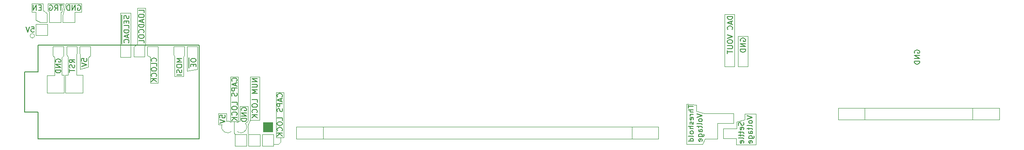
<source format=gbo>
G04 #@! TF.GenerationSoftware,KiCad,Pcbnew,5.1.10*
G04 #@! TF.CreationDate,2021-10-20T12:50:39+02:00*
G04 #@! TF.ProjectId,TH-XWhatsIt,54482d58-5768-4617-9473-49742e6b6963,0.1.3*
G04 #@! TF.SameCoordinates,Original*
G04 #@! TF.FileFunction,Legend,Bot*
G04 #@! TF.FilePolarity,Positive*
%FSLAX46Y46*%
G04 Gerber Fmt 4.6, Leading zero omitted, Abs format (unit mm)*
G04 Created by KiCad (PCBNEW 5.1.10) date 2021-10-20 12:50:39*
%MOMM*%
%LPD*%
G01*
G04 APERTURE LIST*
%ADD10C,0.120000*%
%ADD11C,0.150000*%
%ADD12C,0.100000*%
%ADD13O,1.801600X1.801600*%
%ADD14O,1.501600X1.501600*%
%ADD15C,1.501600*%
%ADD16C,3.101600*%
%ADD17C,0.901600*%
%ADD18C,6.501600*%
%ADD19C,1.701600*%
%ADD20O,1.701600X1.701600*%
G04 APERTURE END LIST*
D10*
X47950000Y-130800000D02*
X47950000Y-129500000D01*
X48050000Y-131000000D02*
X47950000Y-130800000D01*
X47450000Y-130800000D02*
X47450000Y-129500000D01*
X47360000Y-131000000D02*
X47450000Y-130800000D01*
X75729312Y-143665523D02*
G75*
G02*
X76670000Y-143960000I170687J-1104476D01*
G01*
X77689788Y-143939769D02*
G75*
G02*
X78280001Y-143660001I750212J-820231D01*
G01*
X75730000Y-142210000D02*
X75730000Y-143680000D01*
X74220000Y-142210000D02*
X75730000Y-142210000D01*
X74220000Y-144300000D02*
X74220000Y-142210000D01*
X74890000Y-144300000D02*
X74220000Y-144300000D01*
X76667528Y-145577399D02*
G75*
G02*
X74890000Y-144300000I-767529J807400D01*
G01*
X79740000Y-143620000D02*
X79740000Y-140850000D01*
X79299850Y-144055546D02*
X79740000Y-143620000D01*
X79289415Y-144064088D02*
G75*
G02*
X77770000Y-145630000I-849415J-695912D01*
G01*
X78280000Y-140860000D02*
X78280001Y-143660001D01*
X79740000Y-140850000D02*
X78280000Y-140850000D01*
D11*
X78550000Y-141638095D02*
X78502380Y-141542857D01*
X78502380Y-141400000D01*
X78550000Y-141257142D01*
X78645238Y-141161904D01*
X78740476Y-141114285D01*
X78930952Y-141066666D01*
X79073809Y-141066666D01*
X79264285Y-141114285D01*
X79359523Y-141161904D01*
X79454761Y-141257142D01*
X79502380Y-141400000D01*
X79502380Y-141495238D01*
X79454761Y-141638095D01*
X79407142Y-141685714D01*
X79073809Y-141685714D01*
X79073809Y-141495238D01*
X79502380Y-142114285D02*
X78502380Y-142114285D01*
X79502380Y-142685714D01*
X78502380Y-142685714D01*
X79502380Y-143161904D02*
X78502380Y-143161904D01*
X78502380Y-143400000D01*
X78550000Y-143542857D01*
X78645238Y-143638095D01*
X78740476Y-143685714D01*
X78930952Y-143733333D01*
X79073809Y-143733333D01*
X79264285Y-143685714D01*
X79359523Y-143638095D01*
X79454761Y-143542857D01*
X79502380Y-143400000D01*
X79502380Y-143161904D01*
X74462380Y-143029523D02*
X74462380Y-142553333D01*
X74938571Y-142505714D01*
X74890952Y-142553333D01*
X74843333Y-142648571D01*
X74843333Y-142886666D01*
X74890952Y-142981904D01*
X74938571Y-143029523D01*
X75033809Y-143077142D01*
X75271904Y-143077142D01*
X75367142Y-143029523D01*
X75414761Y-142981904D01*
X75462380Y-142886666D01*
X75462380Y-142648571D01*
X75414761Y-142553333D01*
X75367142Y-142505714D01*
X74462380Y-143362857D02*
X75462380Y-143696190D01*
X74462380Y-144029523D01*
D10*
X85550000Y-148050000D02*
X84600000Y-148050000D01*
X85950000Y-147650000D02*
X85550000Y-148050000D01*
X85950000Y-146750000D02*
X85950000Y-147650000D01*
X82450000Y-148400000D02*
X82450000Y-146200000D01*
X84600000Y-148400000D02*
X82450000Y-148400000D01*
X84600000Y-146200000D02*
X82450000Y-146200000D01*
X84600000Y-146200000D02*
X84600000Y-148400000D01*
X77170000Y-145820000D02*
X77350000Y-146200000D01*
X77350000Y-148400000D02*
X77350000Y-146200000D01*
X79500000Y-148400000D02*
X77350000Y-148400000D01*
X79500000Y-146200000D02*
X77350000Y-146200000D01*
X79500000Y-146200000D02*
X79500000Y-148400000D01*
X77170000Y-143750000D02*
X77170000Y-145820000D01*
X79810000Y-146070000D02*
X79900000Y-146200000D01*
X79810000Y-144360000D02*
X79810000Y-146070000D01*
X82050000Y-148400000D02*
X79900000Y-148400000D01*
X82050000Y-146200000D02*
X82050000Y-148400000D01*
X79900000Y-148400000D02*
X79900000Y-146200000D01*
X82050000Y-146200000D02*
X79900000Y-146200000D01*
X80200000Y-143500000D02*
X79810000Y-144360000D01*
X86550000Y-138200000D02*
X86400000Y-138200000D01*
X86550000Y-146750000D02*
X86550000Y-138200000D01*
X86500000Y-146750000D02*
X86550000Y-146750000D01*
X85100000Y-146750000D02*
X86500000Y-146750000D01*
X85100000Y-138200000D02*
X85100000Y-146750000D01*
X86400000Y-138200000D02*
X85100000Y-138200000D01*
X77950000Y-143750000D02*
X77950000Y-135250000D01*
X76450000Y-143750000D02*
X77950000Y-143750000D01*
X76450000Y-135250000D02*
X76450000Y-143750000D01*
X77950000Y-135250000D02*
X76450000Y-135250000D01*
X80200000Y-143500000D02*
X81950000Y-143500000D01*
X80200000Y-135250000D02*
X80200000Y-143500000D01*
X80250000Y-135250000D02*
X80200000Y-135250000D01*
X81950000Y-135250000D02*
X80250000Y-135250000D01*
X81950000Y-143450000D02*
X81950000Y-135250000D01*
D11*
X77607142Y-136095238D02*
X77654761Y-136047619D01*
X77702380Y-135904761D01*
X77702380Y-135809523D01*
X77654761Y-135666666D01*
X77559523Y-135571428D01*
X77464285Y-135523809D01*
X77273809Y-135476190D01*
X77130952Y-135476190D01*
X76940476Y-135523809D01*
X76845238Y-135571428D01*
X76750000Y-135666666D01*
X76702380Y-135809523D01*
X76702380Y-135904761D01*
X76750000Y-136047619D01*
X76797619Y-136095238D01*
X77416666Y-136476190D02*
X77416666Y-136952380D01*
X77702380Y-136380952D02*
X76702380Y-136714285D01*
X77702380Y-137047619D01*
X77702380Y-137380952D02*
X76702380Y-137380952D01*
X76702380Y-137761904D01*
X76750000Y-137857142D01*
X76797619Y-137904761D01*
X76892857Y-137952380D01*
X77035714Y-137952380D01*
X77130952Y-137904761D01*
X77178571Y-137857142D01*
X77226190Y-137761904D01*
X77226190Y-137380952D01*
X77654761Y-138333333D02*
X77702380Y-138476190D01*
X77702380Y-138714285D01*
X77654761Y-138809523D01*
X77607142Y-138857142D01*
X77511904Y-138904761D01*
X77416666Y-138904761D01*
X77321428Y-138857142D01*
X77273809Y-138809523D01*
X77226190Y-138714285D01*
X77178571Y-138523809D01*
X77130952Y-138428571D01*
X77083333Y-138380952D01*
X76988095Y-138333333D01*
X76892857Y-138333333D01*
X76797619Y-138380952D01*
X76750000Y-138428571D01*
X76702380Y-138523809D01*
X76702380Y-138761904D01*
X76750000Y-138904761D01*
X77702380Y-140571428D02*
X77702380Y-140095238D01*
X76702380Y-140095238D01*
X76702380Y-141095238D02*
X76702380Y-141285714D01*
X76750000Y-141380952D01*
X76845238Y-141476190D01*
X77035714Y-141523809D01*
X77369047Y-141523809D01*
X77559523Y-141476190D01*
X77654761Y-141380952D01*
X77702380Y-141285714D01*
X77702380Y-141095238D01*
X77654761Y-141000000D01*
X77559523Y-140904761D01*
X77369047Y-140857142D01*
X77035714Y-140857142D01*
X76845238Y-140904761D01*
X76750000Y-141000000D01*
X76702380Y-141095238D01*
X77607142Y-142523809D02*
X77654761Y-142476190D01*
X77702380Y-142333333D01*
X77702380Y-142238095D01*
X77654761Y-142095238D01*
X77559523Y-142000000D01*
X77464285Y-141952380D01*
X77273809Y-141904761D01*
X77130952Y-141904761D01*
X76940476Y-141952380D01*
X76845238Y-142000000D01*
X76750000Y-142095238D01*
X76702380Y-142238095D01*
X76702380Y-142333333D01*
X76750000Y-142476190D01*
X76797619Y-142523809D01*
X77702380Y-142952380D02*
X76702380Y-142952380D01*
X77702380Y-143523809D02*
X77130952Y-143095238D01*
X76702380Y-143523809D02*
X77273809Y-142952380D01*
X81552380Y-135609523D02*
X80552380Y-135609523D01*
X81552380Y-136180952D01*
X80552380Y-136180952D01*
X80552380Y-136657142D02*
X81361904Y-136657142D01*
X81457142Y-136704761D01*
X81504761Y-136752380D01*
X81552380Y-136847619D01*
X81552380Y-137038095D01*
X81504761Y-137133333D01*
X81457142Y-137180952D01*
X81361904Y-137228571D01*
X80552380Y-137228571D01*
X81552380Y-137704761D02*
X80552380Y-137704761D01*
X81266666Y-138038095D01*
X80552380Y-138371428D01*
X81552380Y-138371428D01*
X81552380Y-140085714D02*
X81552380Y-139609523D01*
X80552380Y-139609523D01*
X80552380Y-140609523D02*
X80552380Y-140800000D01*
X80600000Y-140895238D01*
X80695238Y-140990476D01*
X80885714Y-141038095D01*
X81219047Y-141038095D01*
X81409523Y-140990476D01*
X81504761Y-140895238D01*
X81552380Y-140800000D01*
X81552380Y-140609523D01*
X81504761Y-140514285D01*
X81409523Y-140419047D01*
X81219047Y-140371428D01*
X80885714Y-140371428D01*
X80695238Y-140419047D01*
X80600000Y-140514285D01*
X80552380Y-140609523D01*
X81457142Y-142038095D02*
X81504761Y-141990476D01*
X81552380Y-141847619D01*
X81552380Y-141752380D01*
X81504761Y-141609523D01*
X81409523Y-141514285D01*
X81314285Y-141466666D01*
X81123809Y-141419047D01*
X80980952Y-141419047D01*
X80790476Y-141466666D01*
X80695238Y-141514285D01*
X80600000Y-141609523D01*
X80552380Y-141752380D01*
X80552380Y-141847619D01*
X80600000Y-141990476D01*
X80647619Y-142038095D01*
X81552380Y-142466666D02*
X80552380Y-142466666D01*
X81552380Y-143038095D02*
X80980952Y-142609523D01*
X80552380Y-143038095D02*
X81123809Y-142466666D01*
X86207142Y-139045238D02*
X86254761Y-138997619D01*
X86302380Y-138854761D01*
X86302380Y-138759523D01*
X86254761Y-138616666D01*
X86159523Y-138521428D01*
X86064285Y-138473809D01*
X85873809Y-138426190D01*
X85730952Y-138426190D01*
X85540476Y-138473809D01*
X85445238Y-138521428D01*
X85350000Y-138616666D01*
X85302380Y-138759523D01*
X85302380Y-138854761D01*
X85350000Y-138997619D01*
X85397619Y-139045238D01*
X86016666Y-139426190D02*
X86016666Y-139902380D01*
X86302380Y-139330952D02*
X85302380Y-139664285D01*
X86302380Y-139997619D01*
X86302380Y-140330952D02*
X85302380Y-140330952D01*
X85302380Y-140711904D01*
X85350000Y-140807142D01*
X85397619Y-140854761D01*
X85492857Y-140902380D01*
X85635714Y-140902380D01*
X85730952Y-140854761D01*
X85778571Y-140807142D01*
X85826190Y-140711904D01*
X85826190Y-140330952D01*
X86254761Y-141283333D02*
X86302380Y-141426190D01*
X86302380Y-141664285D01*
X86254761Y-141759523D01*
X86207142Y-141807142D01*
X86111904Y-141854761D01*
X86016666Y-141854761D01*
X85921428Y-141807142D01*
X85873809Y-141759523D01*
X85826190Y-141664285D01*
X85778571Y-141473809D01*
X85730952Y-141378571D01*
X85683333Y-141330952D01*
X85588095Y-141283333D01*
X85492857Y-141283333D01*
X85397619Y-141330952D01*
X85350000Y-141378571D01*
X85302380Y-141473809D01*
X85302380Y-141711904D01*
X85350000Y-141854761D01*
X86302380Y-143521428D02*
X86302380Y-143045238D01*
X85302380Y-143045238D01*
X85302380Y-144045238D02*
X85302380Y-144235714D01*
X85350000Y-144330952D01*
X85445238Y-144426190D01*
X85635714Y-144473809D01*
X85969047Y-144473809D01*
X86159523Y-144426190D01*
X86254761Y-144330952D01*
X86302380Y-144235714D01*
X86302380Y-144045238D01*
X86254761Y-143950000D01*
X86159523Y-143854761D01*
X85969047Y-143807142D01*
X85635714Y-143807142D01*
X85445238Y-143854761D01*
X85350000Y-143950000D01*
X85302380Y-144045238D01*
X86207142Y-145473809D02*
X86254761Y-145426190D01*
X86302380Y-145283333D01*
X86302380Y-145188095D01*
X86254761Y-145045238D01*
X86159523Y-144950000D01*
X86064285Y-144902380D01*
X85873809Y-144854761D01*
X85730952Y-144854761D01*
X85540476Y-144902380D01*
X85445238Y-144950000D01*
X85350000Y-145045238D01*
X85302380Y-145188095D01*
X85302380Y-145283333D01*
X85350000Y-145426190D01*
X85397619Y-145473809D01*
X86302380Y-145902380D02*
X85302380Y-145902380D01*
X86302380Y-146473809D02*
X85730952Y-146045238D01*
X85302380Y-146473809D02*
X85873809Y-145902380D01*
D10*
X41000000Y-122600000D02*
X41000000Y-121400000D01*
X41800000Y-123200000D02*
X41000000Y-122600000D01*
X41800000Y-124900000D02*
X41800000Y-123200000D01*
X41800000Y-124900000D02*
X40450000Y-124900000D01*
X39650000Y-124500000D02*
X40450000Y-124900000D01*
X39650000Y-122950000D02*
X39650000Y-124500000D01*
X38900000Y-122950000D02*
X39650000Y-122950000D01*
X38900000Y-121400000D02*
X38900000Y-122950000D01*
X41000000Y-121400000D02*
X38900000Y-121400000D01*
X42200000Y-122900000D02*
X41950000Y-122700000D01*
X42200000Y-124900000D02*
X42200000Y-122900000D01*
X44950000Y-121400000D02*
X41950000Y-121400000D01*
X41950000Y-122700000D02*
X41950000Y-121400000D01*
X44350000Y-124900000D02*
X42200000Y-124900000D01*
X44350000Y-123000000D02*
X44350000Y-124900000D01*
X44550000Y-123000000D02*
X44350000Y-123000000D01*
X44950000Y-121400000D02*
X44550000Y-123000000D01*
X48300000Y-122950000D02*
X48300000Y-121400000D01*
X47000000Y-122950000D02*
X48300000Y-122950000D01*
X47000000Y-123200000D02*
X47000000Y-122950000D01*
X47000000Y-124900000D02*
X47000000Y-123200000D01*
X44750000Y-124900000D02*
X47000000Y-124900000D01*
X44750000Y-123600000D02*
X44750000Y-124900000D01*
X45300000Y-121400000D02*
X44750000Y-123600000D01*
X48300000Y-121400000D02*
X45300000Y-121400000D01*
D11*
X38790476Y-125752380D02*
X39266666Y-125752380D01*
X39314285Y-126228571D01*
X39266666Y-126180952D01*
X39171428Y-126133333D01*
X38933333Y-126133333D01*
X38838095Y-126180952D01*
X38790476Y-126228571D01*
X38742857Y-126323809D01*
X38742857Y-126561904D01*
X38790476Y-126657142D01*
X38838095Y-126704761D01*
X38933333Y-126752380D01*
X39171428Y-126752380D01*
X39266666Y-126704761D01*
X39314285Y-126657142D01*
X38457142Y-125752380D02*
X38123809Y-126752380D01*
X37790476Y-125752380D01*
X47561904Y-121700000D02*
X47657142Y-121652380D01*
X47800000Y-121652380D01*
X47942857Y-121700000D01*
X48038095Y-121795238D01*
X48085714Y-121890476D01*
X48133333Y-122080952D01*
X48133333Y-122223809D01*
X48085714Y-122414285D01*
X48038095Y-122509523D01*
X47942857Y-122604761D01*
X47800000Y-122652380D01*
X47704761Y-122652380D01*
X47561904Y-122604761D01*
X47514285Y-122557142D01*
X47514285Y-122223809D01*
X47704761Y-122223809D01*
X47085714Y-122652380D02*
X47085714Y-121652380D01*
X46514285Y-122652380D01*
X46514285Y-121652380D01*
X46038095Y-122652380D02*
X46038095Y-121652380D01*
X45800000Y-121652380D01*
X45657142Y-121700000D01*
X45561904Y-121795238D01*
X45514285Y-121890476D01*
X45466666Y-122080952D01*
X45466666Y-122223809D01*
X45514285Y-122414285D01*
X45561904Y-122509523D01*
X45657142Y-122604761D01*
X45800000Y-122652380D01*
X46038095Y-122652380D01*
X44685714Y-121652380D02*
X44114285Y-121652380D01*
X44400000Y-122652380D02*
X44400000Y-121652380D01*
X43209523Y-122652380D02*
X43542857Y-122176190D01*
X43780952Y-122652380D02*
X43780952Y-121652380D01*
X43400000Y-121652380D01*
X43304761Y-121700000D01*
X43257142Y-121747619D01*
X43209523Y-121842857D01*
X43209523Y-121985714D01*
X43257142Y-122080952D01*
X43304761Y-122128571D01*
X43400000Y-122176190D01*
X43780952Y-122176190D01*
X42257142Y-121700000D02*
X42352380Y-121652380D01*
X42495238Y-121652380D01*
X42638095Y-121700000D01*
X42733333Y-121795238D01*
X42780952Y-121890476D01*
X42828571Y-122080952D01*
X42828571Y-122223809D01*
X42780952Y-122414285D01*
X42733333Y-122509523D01*
X42638095Y-122604761D01*
X42495238Y-122652380D01*
X42400000Y-122652380D01*
X42257142Y-122604761D01*
X42209523Y-122557142D01*
X42209523Y-122223809D01*
X42400000Y-122223809D01*
X40638095Y-122128571D02*
X40304761Y-122128571D01*
X40161904Y-122652380D02*
X40638095Y-122652380D01*
X40638095Y-121652380D01*
X40161904Y-121652380D01*
X39733333Y-122652380D02*
X39733333Y-121652380D01*
X39161904Y-122652380D01*
X39161904Y-121652380D01*
D10*
X41850000Y-127420000D02*
X41850000Y-125270000D01*
X39660000Y-127420000D02*
X41850000Y-127420000D01*
X39660000Y-125270000D02*
X39660000Y-127420000D01*
X41850000Y-125270000D02*
X39660000Y-125270000D01*
X39404382Y-127480000D02*
G75*
G03*
X39404382Y-127480000I-424382J0D01*
G01*
X94020000Y-144710000D02*
X94020000Y-147030000D01*
X152460000Y-144710000D02*
X152460000Y-147040000D01*
X157380000Y-147040000D02*
X157380000Y-144710000D01*
X88930000Y-147040000D02*
X157380000Y-147040000D01*
X88930000Y-144710000D02*
X88930000Y-147040000D01*
X157380000Y-144710000D02*
X88930000Y-144710000D01*
X196470000Y-141150000D02*
X196470000Y-143350000D01*
X216850000Y-141170000D02*
X216850000Y-143350000D01*
X221900000Y-143360000D02*
X221900000Y-141160000D01*
X191470000Y-143360000D02*
X221900000Y-143360000D01*
X191470000Y-141160000D02*
X191470000Y-143360000D01*
X221900000Y-141160000D02*
X191470000Y-141160000D01*
X42900000Y-129500000D02*
X44900000Y-129500000D01*
X42900000Y-131200000D02*
X42900000Y-129500000D01*
X43210000Y-131590000D02*
X42900000Y-131200000D01*
X43210000Y-135010000D02*
X43210000Y-131590000D01*
X41740000Y-135010000D02*
X43210000Y-135010000D01*
X41740000Y-138320000D02*
X41740000Y-135010000D01*
X44970000Y-138320000D02*
X41740000Y-138320000D01*
X44970000Y-134940000D02*
X44970000Y-138320000D01*
X44560000Y-134940000D02*
X44970000Y-134940000D01*
X44560000Y-134800000D02*
X44560000Y-134940000D01*
X44560000Y-131630000D02*
X44560000Y-134800000D01*
X44900000Y-131270000D02*
X44560000Y-131630000D01*
X44900000Y-129500000D02*
X44900000Y-131270000D01*
X45450000Y-129500000D02*
X47450000Y-129500000D01*
X45450000Y-131080000D02*
X45450000Y-129500000D01*
X45750000Y-131460000D02*
X45450000Y-131080000D01*
X45750000Y-134950000D02*
X45750000Y-131460000D01*
X45250000Y-134950000D02*
X45750000Y-134950000D01*
X45250000Y-138300000D02*
X45250000Y-134950000D01*
X48570000Y-138300000D02*
X45250000Y-138300000D01*
X48570000Y-134920000D02*
X48570000Y-138300000D01*
X47360000Y-134920000D02*
X48570000Y-134920000D01*
X47360000Y-131000000D02*
X47360000Y-134920000D01*
X50000000Y-131290000D02*
X49520000Y-131600000D01*
X50000000Y-129500000D02*
X50000000Y-131290000D01*
X47950000Y-129500000D02*
X50000000Y-129500000D01*
X48060000Y-133790000D02*
X48060000Y-131000000D01*
X49520000Y-133420000D02*
X48060000Y-133790000D01*
X49520000Y-131600000D02*
X49520000Y-133420000D01*
X60750000Y-131230000D02*
X61280000Y-131570000D01*
X60750000Y-129500000D02*
X60750000Y-131230000D01*
X62770000Y-129500000D02*
X60750000Y-129500000D01*
X62770000Y-136470000D02*
X62770000Y-129500000D01*
X61280000Y-136470000D02*
X62770000Y-136470000D01*
X61280000Y-131570000D02*
X61280000Y-136470000D01*
X67780000Y-131110000D02*
X67560000Y-131530000D01*
X67780000Y-129500000D02*
X67780000Y-131110000D01*
X65730000Y-129500000D02*
X67780000Y-129500000D01*
X65730000Y-129630000D02*
X65730000Y-129500000D01*
X65730000Y-131060000D02*
X65730000Y-129630000D01*
X65910000Y-131450000D02*
X65730000Y-131060000D01*
X65910000Y-135200000D02*
X65910000Y-131450000D01*
X67560000Y-135200000D02*
X65910000Y-135200000D01*
X67560000Y-131530000D02*
X67560000Y-135200000D01*
X68300000Y-134150000D02*
X70230000Y-133790000D01*
X68300000Y-129500000D02*
X68300000Y-134150000D01*
X70230000Y-129500000D02*
X68300000Y-129500000D01*
X70230000Y-133790000D02*
X70230000Y-129500000D01*
X58870000Y-129000000D02*
X58870000Y-122220000D01*
X60350000Y-129160000D02*
X60180000Y-129510000D01*
X60350000Y-122220000D02*
X60350000Y-129160000D01*
X58870000Y-122220000D02*
X60350000Y-122220000D01*
X58200000Y-129540000D02*
X58870000Y-129000000D01*
X58200000Y-131440000D02*
X58200000Y-129540000D01*
X60180000Y-131440000D02*
X58200000Y-131440000D01*
X60180000Y-129510000D02*
X60180000Y-131440000D01*
X55610000Y-131540000D02*
X57610000Y-131540000D01*
X55610000Y-123140000D02*
X55610000Y-131540000D01*
X57610000Y-123140000D02*
X55610000Y-123140000D01*
X57610000Y-131540000D02*
X57610000Y-123140000D01*
D11*
X60102380Y-123078571D02*
X60102380Y-122602380D01*
X59102380Y-122602380D01*
X59102380Y-123602380D02*
X59102380Y-123792857D01*
X59150000Y-123888095D01*
X59245238Y-123983333D01*
X59435714Y-124030952D01*
X59769047Y-124030952D01*
X59959523Y-123983333D01*
X60054761Y-123888095D01*
X60102380Y-123792857D01*
X60102380Y-123602380D01*
X60054761Y-123507142D01*
X59959523Y-123411904D01*
X59769047Y-123364285D01*
X59435714Y-123364285D01*
X59245238Y-123411904D01*
X59150000Y-123507142D01*
X59102380Y-123602380D01*
X59816666Y-124411904D02*
X59816666Y-124888095D01*
X60102380Y-124316666D02*
X59102380Y-124650000D01*
X60102380Y-124983333D01*
X60102380Y-125316666D02*
X59102380Y-125316666D01*
X59102380Y-125554761D01*
X59150000Y-125697619D01*
X59245238Y-125792857D01*
X59340476Y-125840476D01*
X59530952Y-125888095D01*
X59673809Y-125888095D01*
X59864285Y-125840476D01*
X59959523Y-125792857D01*
X60054761Y-125697619D01*
X60102380Y-125554761D01*
X60102380Y-125316666D01*
X60007142Y-126888095D02*
X60054761Y-126840476D01*
X60102380Y-126697619D01*
X60102380Y-126602380D01*
X60054761Y-126459523D01*
X59959523Y-126364285D01*
X59864285Y-126316666D01*
X59673809Y-126269047D01*
X59530952Y-126269047D01*
X59340476Y-126316666D01*
X59245238Y-126364285D01*
X59150000Y-126459523D01*
X59102380Y-126602380D01*
X59102380Y-126697619D01*
X59150000Y-126840476D01*
X59197619Y-126888095D01*
X59102380Y-127507142D02*
X59102380Y-127697619D01*
X59150000Y-127792857D01*
X59245238Y-127888095D01*
X59435714Y-127935714D01*
X59769047Y-127935714D01*
X59959523Y-127888095D01*
X60054761Y-127792857D01*
X60102380Y-127697619D01*
X60102380Y-127507142D01*
X60054761Y-127411904D01*
X59959523Y-127316666D01*
X59769047Y-127269047D01*
X59435714Y-127269047D01*
X59245238Y-127316666D01*
X59150000Y-127411904D01*
X59102380Y-127507142D01*
X60102380Y-128840476D02*
X60102380Y-128364285D01*
X59102380Y-128364285D01*
X55925000Y-123448095D02*
X55925000Y-124400476D01*
X57244761Y-123638571D02*
X57292380Y-123781428D01*
X57292380Y-124019523D01*
X57244761Y-124114761D01*
X57197142Y-124162380D01*
X57101904Y-124210000D01*
X57006666Y-124210000D01*
X56911428Y-124162380D01*
X56863809Y-124114761D01*
X56816190Y-124019523D01*
X56768571Y-123829047D01*
X56720952Y-123733809D01*
X56673333Y-123686190D01*
X56578095Y-123638571D01*
X56482857Y-123638571D01*
X56387619Y-123686190D01*
X56340000Y-123733809D01*
X56292380Y-123829047D01*
X56292380Y-124067142D01*
X56340000Y-124210000D01*
X55925000Y-124400476D02*
X55925000Y-125305238D01*
X56768571Y-124638571D02*
X56768571Y-124971904D01*
X57292380Y-125114761D02*
X57292380Y-124638571D01*
X56292380Y-124638571D01*
X56292380Y-125114761D01*
X55925000Y-125305238D02*
X55925000Y-126114761D01*
X57292380Y-126019523D02*
X57292380Y-125543333D01*
X56292380Y-125543333D01*
X55925000Y-126114761D02*
X55925000Y-127114761D01*
X57292380Y-126352857D02*
X56292380Y-126352857D01*
X56292380Y-126590952D01*
X56340000Y-126733809D01*
X56435238Y-126829047D01*
X56530476Y-126876666D01*
X56720952Y-126924285D01*
X56863809Y-126924285D01*
X57054285Y-126876666D01*
X57149523Y-126829047D01*
X57244761Y-126733809D01*
X57292380Y-126590952D01*
X57292380Y-126352857D01*
X55925000Y-127114761D02*
X55925000Y-127971904D01*
X57006666Y-127305238D02*
X57006666Y-127781428D01*
X57292380Y-127210000D02*
X56292380Y-127543333D01*
X57292380Y-127876666D01*
X55925000Y-127971904D02*
X55925000Y-128971904D01*
X57197142Y-128781428D02*
X57244761Y-128733809D01*
X57292380Y-128590952D01*
X57292380Y-128495714D01*
X57244761Y-128352857D01*
X57149523Y-128257619D01*
X57054285Y-128210000D01*
X56863809Y-128162380D01*
X56720952Y-128162380D01*
X56530476Y-128210000D01*
X56435238Y-128257619D01*
X56340000Y-128352857D01*
X56292380Y-128495714D01*
X56292380Y-128590952D01*
X56340000Y-128733809D01*
X56387619Y-128781428D01*
X68585000Y-131583809D02*
X68585000Y-132631428D01*
X68952380Y-132012380D02*
X68952380Y-132202857D01*
X69000000Y-132298095D01*
X69095238Y-132393333D01*
X69285714Y-132440952D01*
X69619047Y-132440952D01*
X69809523Y-132393333D01*
X69904761Y-132298095D01*
X69952380Y-132202857D01*
X69952380Y-132012380D01*
X69904761Y-131917142D01*
X69809523Y-131821904D01*
X69619047Y-131774285D01*
X69285714Y-131774285D01*
X69095238Y-131821904D01*
X69000000Y-131917142D01*
X68952380Y-132012380D01*
X68585000Y-132631428D02*
X68585000Y-133536190D01*
X69428571Y-132869523D02*
X69428571Y-133202857D01*
X69952380Y-133345714D02*
X69952380Y-132869523D01*
X68952380Y-132869523D01*
X68952380Y-133345714D01*
X67272380Y-131768571D02*
X66272380Y-131768571D01*
X66986666Y-132101904D01*
X66272380Y-132435238D01*
X67272380Y-132435238D01*
X66272380Y-133101904D02*
X66272380Y-133292380D01*
X66320000Y-133387619D01*
X66415238Y-133482857D01*
X66605714Y-133530476D01*
X66939047Y-133530476D01*
X67129523Y-133482857D01*
X67224761Y-133387619D01*
X67272380Y-133292380D01*
X67272380Y-133101904D01*
X67224761Y-133006666D01*
X67129523Y-132911428D01*
X66939047Y-132863809D01*
X66605714Y-132863809D01*
X66415238Y-132911428D01*
X66320000Y-133006666D01*
X66272380Y-133101904D01*
X67224761Y-133911428D02*
X67272380Y-134054285D01*
X67272380Y-134292380D01*
X67224761Y-134387619D01*
X67177142Y-134435238D01*
X67081904Y-134482857D01*
X66986666Y-134482857D01*
X66891428Y-134435238D01*
X66843809Y-134387619D01*
X66796190Y-134292380D01*
X66748571Y-134101904D01*
X66700952Y-134006666D01*
X66653333Y-133959047D01*
X66558095Y-133911428D01*
X66462857Y-133911428D01*
X66367619Y-133959047D01*
X66320000Y-134006666D01*
X66272380Y-134101904D01*
X66272380Y-134340000D01*
X66320000Y-134482857D01*
X67272380Y-134911428D02*
X66272380Y-134911428D01*
X62387142Y-132320952D02*
X62434761Y-132273333D01*
X62482380Y-132130476D01*
X62482380Y-132035238D01*
X62434761Y-131892380D01*
X62339523Y-131797142D01*
X62244285Y-131749523D01*
X62053809Y-131701904D01*
X61910952Y-131701904D01*
X61720476Y-131749523D01*
X61625238Y-131797142D01*
X61530000Y-131892380D01*
X61482380Y-132035238D01*
X61482380Y-132130476D01*
X61530000Y-132273333D01*
X61577619Y-132320952D01*
X62482380Y-133225714D02*
X62482380Y-132749523D01*
X61482380Y-132749523D01*
X61482380Y-133749523D02*
X61482380Y-133940000D01*
X61530000Y-134035238D01*
X61625238Y-134130476D01*
X61815714Y-134178095D01*
X62149047Y-134178095D01*
X62339523Y-134130476D01*
X62434761Y-134035238D01*
X62482380Y-133940000D01*
X62482380Y-133749523D01*
X62434761Y-133654285D01*
X62339523Y-133559047D01*
X62149047Y-133511428D01*
X61815714Y-133511428D01*
X61625238Y-133559047D01*
X61530000Y-133654285D01*
X61482380Y-133749523D01*
X62387142Y-135178095D02*
X62434761Y-135130476D01*
X62482380Y-134987619D01*
X62482380Y-134892380D01*
X62434761Y-134749523D01*
X62339523Y-134654285D01*
X62244285Y-134606666D01*
X62053809Y-134559047D01*
X61910952Y-134559047D01*
X61720476Y-134606666D01*
X61625238Y-134654285D01*
X61530000Y-134749523D01*
X61482380Y-134892380D01*
X61482380Y-134987619D01*
X61530000Y-135130476D01*
X61577619Y-135178095D01*
X62482380Y-135606666D02*
X61482380Y-135606666D01*
X62482380Y-136178095D02*
X61910952Y-135749523D01*
X61482380Y-136178095D02*
X62053809Y-135606666D01*
X48302380Y-132289523D02*
X48302380Y-131813333D01*
X48778571Y-131765714D01*
X48730952Y-131813333D01*
X48683333Y-131908571D01*
X48683333Y-132146666D01*
X48730952Y-132241904D01*
X48778571Y-132289523D01*
X48873809Y-132337142D01*
X49111904Y-132337142D01*
X49207142Y-132289523D01*
X49254761Y-132241904D01*
X49302380Y-132146666D01*
X49302380Y-131908571D01*
X49254761Y-131813333D01*
X49207142Y-131765714D01*
X48302380Y-132622857D02*
X49302380Y-132956190D01*
X48302380Y-133289523D01*
D10*
X173720000Y-143340000D02*
X172210000Y-143810000D01*
X173720000Y-142270000D02*
X173720000Y-143340000D01*
X175830000Y-142270000D02*
X173720000Y-142270000D01*
X175830000Y-148140000D02*
X175830000Y-142270000D01*
X172180000Y-148140000D02*
X175830000Y-148140000D01*
X172180000Y-146950000D02*
X172180000Y-148140000D01*
X169690000Y-146950000D02*
X172180000Y-146950000D01*
X169690000Y-145110000D02*
X169690000Y-146950000D01*
X172210000Y-145110000D02*
X169690000Y-145110000D01*
X172210000Y-143810000D02*
X172210000Y-145110000D01*
D11*
X173499761Y-143889642D02*
X173547380Y-144032500D01*
X173547380Y-144270595D01*
X173499761Y-144365833D01*
X173452142Y-144413452D01*
X173356904Y-144461071D01*
X173261666Y-144461071D01*
X173166428Y-144413452D01*
X173118809Y-144365833D01*
X173071190Y-144270595D01*
X173023571Y-144080119D01*
X172975952Y-143984880D01*
X172928333Y-143937261D01*
X172833095Y-143889642D01*
X172737857Y-143889642D01*
X172642619Y-143937261D01*
X172595000Y-143984880D01*
X172547380Y-144080119D01*
X172547380Y-144318214D01*
X172595000Y-144461071D01*
X173499761Y-145270595D02*
X173547380Y-145175357D01*
X173547380Y-144984880D01*
X173499761Y-144889642D01*
X173404523Y-144842023D01*
X173023571Y-144842023D01*
X172928333Y-144889642D01*
X172880714Y-144984880D01*
X172880714Y-145175357D01*
X172928333Y-145270595D01*
X173023571Y-145318214D01*
X173118809Y-145318214D01*
X173214047Y-144842023D01*
X172880714Y-145603928D02*
X172880714Y-145984880D01*
X172547380Y-145746785D02*
X173404523Y-145746785D01*
X173499761Y-145794404D01*
X173547380Y-145889642D01*
X173547380Y-145984880D01*
X172880714Y-146175357D02*
X172880714Y-146556309D01*
X172547380Y-146318214D02*
X173404523Y-146318214D01*
X173499761Y-146365833D01*
X173547380Y-146461071D01*
X173547380Y-146556309D01*
X173547380Y-147032500D02*
X173499761Y-146937261D01*
X173404523Y-146889642D01*
X172547380Y-146889642D01*
X173499761Y-147794404D02*
X173547380Y-147699166D01*
X173547380Y-147508690D01*
X173499761Y-147413452D01*
X173404523Y-147365833D01*
X173023571Y-147365833D01*
X172928333Y-147413452D01*
X172880714Y-147508690D01*
X172880714Y-147699166D01*
X172928333Y-147794404D01*
X173023571Y-147842023D01*
X173118809Y-147842023D01*
X173214047Y-147365833D01*
X174197380Y-142603928D02*
X175197380Y-142937261D01*
X174197380Y-143270595D01*
X175197380Y-143746785D02*
X175149761Y-143651547D01*
X175102142Y-143603928D01*
X175006904Y-143556309D01*
X174721190Y-143556309D01*
X174625952Y-143603928D01*
X174578333Y-143651547D01*
X174530714Y-143746785D01*
X174530714Y-143889642D01*
X174578333Y-143984880D01*
X174625952Y-144032500D01*
X174721190Y-144080119D01*
X175006904Y-144080119D01*
X175102142Y-144032500D01*
X175149761Y-143984880D01*
X175197380Y-143889642D01*
X175197380Y-143746785D01*
X175197380Y-144651547D02*
X175149761Y-144556309D01*
X175054523Y-144508690D01*
X174197380Y-144508690D01*
X174530714Y-144889642D02*
X174530714Y-145270595D01*
X174197380Y-145032500D02*
X175054523Y-145032500D01*
X175149761Y-145080119D01*
X175197380Y-145175357D01*
X175197380Y-145270595D01*
X175197380Y-146032500D02*
X174673571Y-146032500D01*
X174578333Y-145984880D01*
X174530714Y-145889642D01*
X174530714Y-145699166D01*
X174578333Y-145603928D01*
X175149761Y-146032500D02*
X175197380Y-145937261D01*
X175197380Y-145699166D01*
X175149761Y-145603928D01*
X175054523Y-145556309D01*
X174959285Y-145556309D01*
X174864047Y-145603928D01*
X174816428Y-145699166D01*
X174816428Y-145937261D01*
X174768809Y-146032500D01*
X174530714Y-146937261D02*
X175340238Y-146937261D01*
X175435476Y-146889642D01*
X175483095Y-146842023D01*
X175530714Y-146746785D01*
X175530714Y-146603928D01*
X175483095Y-146508690D01*
X175149761Y-146937261D02*
X175197380Y-146842023D01*
X175197380Y-146651547D01*
X175149761Y-146556309D01*
X175102142Y-146508690D01*
X175006904Y-146461071D01*
X174721190Y-146461071D01*
X174625952Y-146508690D01*
X174578333Y-146556309D01*
X174530714Y-146651547D01*
X174530714Y-146842023D01*
X174578333Y-146937261D01*
X175149761Y-147794404D02*
X175197380Y-147699166D01*
X175197380Y-147508690D01*
X175149761Y-147413452D01*
X175054523Y-147365833D01*
X174673571Y-147365833D01*
X174578333Y-147413452D01*
X174530714Y-147508690D01*
X174530714Y-147699166D01*
X174578333Y-147794404D01*
X174673571Y-147842023D01*
X174768809Y-147842023D01*
X174864047Y-147365833D01*
D10*
X171630000Y-142200000D02*
X171630000Y-144090000D01*
X166070000Y-142200000D02*
X171630000Y-142200000D01*
X164640000Y-141790000D02*
X166070000Y-142200000D01*
X164640000Y-140620000D02*
X164640000Y-141790000D01*
X162720000Y-140400000D02*
X164640000Y-140620000D01*
X162720000Y-148010000D02*
X162720000Y-140400000D01*
X165820000Y-148010000D02*
X162720000Y-148010000D01*
X166200000Y-147040000D02*
X165820000Y-148010000D01*
X168600000Y-147040000D02*
X166200000Y-147040000D01*
X168600000Y-144090000D02*
X168600000Y-147040000D01*
X171630000Y-144090000D02*
X168600000Y-144090000D01*
D11*
X163057380Y-140587261D02*
X163057380Y-141158690D01*
X164057380Y-140872976D02*
X163057380Y-140872976D01*
X164057380Y-141492023D02*
X163057380Y-141492023D01*
X164057380Y-141920595D02*
X163533571Y-141920595D01*
X163438333Y-141872976D01*
X163390714Y-141777738D01*
X163390714Y-141634880D01*
X163438333Y-141539642D01*
X163485952Y-141492023D01*
X164057380Y-142396785D02*
X163390714Y-142396785D01*
X163581190Y-142396785D02*
X163485952Y-142444404D01*
X163438333Y-142492023D01*
X163390714Y-142587261D01*
X163390714Y-142682500D01*
X164009761Y-143396785D02*
X164057380Y-143301547D01*
X164057380Y-143111071D01*
X164009761Y-143015833D01*
X163914523Y-142968214D01*
X163533571Y-142968214D01*
X163438333Y-143015833D01*
X163390714Y-143111071D01*
X163390714Y-143301547D01*
X163438333Y-143396785D01*
X163533571Y-143444404D01*
X163628809Y-143444404D01*
X163724047Y-142968214D01*
X164009761Y-143825357D02*
X164057380Y-143920595D01*
X164057380Y-144111071D01*
X164009761Y-144206309D01*
X163914523Y-144253928D01*
X163866904Y-144253928D01*
X163771666Y-144206309D01*
X163724047Y-144111071D01*
X163724047Y-143968214D01*
X163676428Y-143872976D01*
X163581190Y-143825357D01*
X163533571Y-143825357D01*
X163438333Y-143872976D01*
X163390714Y-143968214D01*
X163390714Y-144111071D01*
X163438333Y-144206309D01*
X164057380Y-144682500D02*
X163057380Y-144682500D01*
X164057380Y-145111071D02*
X163533571Y-145111071D01*
X163438333Y-145063452D01*
X163390714Y-144968214D01*
X163390714Y-144825357D01*
X163438333Y-144730119D01*
X163485952Y-144682500D01*
X164057380Y-145730119D02*
X164009761Y-145634880D01*
X163962142Y-145587261D01*
X163866904Y-145539642D01*
X163581190Y-145539642D01*
X163485952Y-145587261D01*
X163438333Y-145634880D01*
X163390714Y-145730119D01*
X163390714Y-145872976D01*
X163438333Y-145968214D01*
X163485952Y-146015833D01*
X163581190Y-146063452D01*
X163866904Y-146063452D01*
X163962142Y-146015833D01*
X164009761Y-145968214D01*
X164057380Y-145872976D01*
X164057380Y-145730119D01*
X164057380Y-146634880D02*
X164009761Y-146539642D01*
X163914523Y-146492023D01*
X163057380Y-146492023D01*
X164057380Y-147444404D02*
X163057380Y-147444404D01*
X164009761Y-147444404D02*
X164057380Y-147349166D01*
X164057380Y-147158690D01*
X164009761Y-147063452D01*
X163962142Y-147015833D01*
X163866904Y-146968214D01*
X163581190Y-146968214D01*
X163485952Y-147015833D01*
X163438333Y-147063452D01*
X163390714Y-147158690D01*
X163390714Y-147349166D01*
X163438333Y-147444404D01*
X164707380Y-142253928D02*
X165707380Y-142587261D01*
X164707380Y-142920595D01*
X165707380Y-143396785D02*
X165659761Y-143301547D01*
X165612142Y-143253928D01*
X165516904Y-143206309D01*
X165231190Y-143206309D01*
X165135952Y-143253928D01*
X165088333Y-143301547D01*
X165040714Y-143396785D01*
X165040714Y-143539642D01*
X165088333Y-143634880D01*
X165135952Y-143682500D01*
X165231190Y-143730119D01*
X165516904Y-143730119D01*
X165612142Y-143682500D01*
X165659761Y-143634880D01*
X165707380Y-143539642D01*
X165707380Y-143396785D01*
X165707380Y-144301547D02*
X165659761Y-144206309D01*
X165564523Y-144158690D01*
X164707380Y-144158690D01*
X165040714Y-144539642D02*
X165040714Y-144920595D01*
X164707380Y-144682500D02*
X165564523Y-144682500D01*
X165659761Y-144730119D01*
X165707380Y-144825357D01*
X165707380Y-144920595D01*
X165707380Y-145682500D02*
X165183571Y-145682500D01*
X165088333Y-145634880D01*
X165040714Y-145539642D01*
X165040714Y-145349166D01*
X165088333Y-145253928D01*
X165659761Y-145682500D02*
X165707380Y-145587261D01*
X165707380Y-145349166D01*
X165659761Y-145253928D01*
X165564523Y-145206309D01*
X165469285Y-145206309D01*
X165374047Y-145253928D01*
X165326428Y-145349166D01*
X165326428Y-145587261D01*
X165278809Y-145682500D01*
X165040714Y-146587261D02*
X165850238Y-146587261D01*
X165945476Y-146539642D01*
X165993095Y-146492023D01*
X166040714Y-146396785D01*
X166040714Y-146253928D01*
X165993095Y-146158690D01*
X165659761Y-146587261D02*
X165707380Y-146492023D01*
X165707380Y-146301547D01*
X165659761Y-146206309D01*
X165612142Y-146158690D01*
X165516904Y-146111071D01*
X165231190Y-146111071D01*
X165135952Y-146158690D01*
X165088333Y-146206309D01*
X165040714Y-146301547D01*
X165040714Y-146492023D01*
X165088333Y-146587261D01*
X165659761Y-147444404D02*
X165707380Y-147349166D01*
X165707380Y-147158690D01*
X165659761Y-147063452D01*
X165564523Y-147015833D01*
X165183571Y-147015833D01*
X165088333Y-147063452D01*
X165040714Y-147158690D01*
X165040714Y-147349166D01*
X165088333Y-147444404D01*
X165183571Y-147492023D01*
X165278809Y-147492023D01*
X165374047Y-147015833D01*
D10*
X174320000Y-127540000D02*
X172460000Y-127540000D01*
X172460000Y-133320000D02*
X172460000Y-127540000D01*
X174320000Y-127540000D02*
X174320000Y-133320000D01*
X174320000Y-133320000D02*
X172460000Y-133320000D01*
X171800000Y-123400000D02*
X171800000Y-133300000D01*
X169940000Y-123400000D02*
X171800000Y-123400000D01*
X169940000Y-133320000D02*
X169940000Y-123400000D01*
X171800000Y-133320000D02*
X169940000Y-133320000D01*
D11*
X172960000Y-128486785D02*
X172912380Y-128391547D01*
X172912380Y-128248690D01*
X172960000Y-128105833D01*
X173055238Y-128010595D01*
X173150476Y-127962976D01*
X173340952Y-127915357D01*
X173483809Y-127915357D01*
X173674285Y-127962976D01*
X173769523Y-128010595D01*
X173864761Y-128105833D01*
X173912380Y-128248690D01*
X173912380Y-128343928D01*
X173864761Y-128486785D01*
X173817142Y-128534404D01*
X173483809Y-128534404D01*
X173483809Y-128343928D01*
X173912380Y-128962976D02*
X172912380Y-128962976D01*
X173912380Y-129534404D01*
X172912380Y-129534404D01*
X173912380Y-130010595D02*
X172912380Y-130010595D01*
X172912380Y-130248690D01*
X172960000Y-130391547D01*
X173055238Y-130486785D01*
X173150476Y-130534404D01*
X173340952Y-130582023D01*
X173483809Y-130582023D01*
X173674285Y-130534404D01*
X173769523Y-130486785D01*
X173864761Y-130391547D01*
X173912380Y-130248690D01*
X173912380Y-130010595D01*
X171462380Y-123817261D02*
X170462380Y-123817261D01*
X170462380Y-124055357D01*
X170510000Y-124198214D01*
X170605238Y-124293452D01*
X170700476Y-124341071D01*
X170890952Y-124388690D01*
X171033809Y-124388690D01*
X171224285Y-124341071D01*
X171319523Y-124293452D01*
X171414761Y-124198214D01*
X171462380Y-124055357D01*
X171462380Y-123817261D01*
X171176666Y-124769642D02*
X171176666Y-125245833D01*
X171462380Y-124674404D02*
X170462380Y-125007738D01*
X171462380Y-125341071D01*
X171367142Y-126245833D02*
X171414761Y-126198214D01*
X171462380Y-126055357D01*
X171462380Y-125960119D01*
X171414761Y-125817261D01*
X171319523Y-125722023D01*
X171224285Y-125674404D01*
X171033809Y-125626785D01*
X170890952Y-125626785D01*
X170700476Y-125674404D01*
X170605238Y-125722023D01*
X170510000Y-125817261D01*
X170462380Y-125960119D01*
X170462380Y-126055357D01*
X170510000Y-126198214D01*
X170557619Y-126245833D01*
X170462380Y-127293452D02*
X171462380Y-127626785D01*
X170462380Y-127960119D01*
X170462380Y-128483928D02*
X170462380Y-128674404D01*
X170510000Y-128769642D01*
X170605238Y-128864880D01*
X170795714Y-128912500D01*
X171129047Y-128912500D01*
X171319523Y-128864880D01*
X171414761Y-128769642D01*
X171462380Y-128674404D01*
X171462380Y-128483928D01*
X171414761Y-128388690D01*
X171319523Y-128293452D01*
X171129047Y-128245833D01*
X170795714Y-128245833D01*
X170605238Y-128293452D01*
X170510000Y-128388690D01*
X170462380Y-128483928D01*
X170462380Y-129341071D02*
X171271904Y-129341071D01*
X171367142Y-129388690D01*
X171414761Y-129436309D01*
X171462380Y-129531547D01*
X171462380Y-129722023D01*
X171414761Y-129817261D01*
X171367142Y-129864880D01*
X171271904Y-129912500D01*
X170462380Y-129912500D01*
X170462380Y-130245833D02*
X170462380Y-130817261D01*
X171462380Y-130531547D02*
X170462380Y-130531547D01*
X205890000Y-130748095D02*
X205842380Y-130652857D01*
X205842380Y-130510000D01*
X205890000Y-130367142D01*
X205985238Y-130271904D01*
X206080476Y-130224285D01*
X206270952Y-130176666D01*
X206413809Y-130176666D01*
X206604285Y-130224285D01*
X206699523Y-130271904D01*
X206794761Y-130367142D01*
X206842380Y-130510000D01*
X206842380Y-130605238D01*
X206794761Y-130748095D01*
X206747142Y-130795714D01*
X206413809Y-130795714D01*
X206413809Y-130605238D01*
X206842380Y-131224285D02*
X205842380Y-131224285D01*
X206842380Y-131795714D01*
X205842380Y-131795714D01*
X206842380Y-132271904D02*
X205842380Y-132271904D01*
X205842380Y-132510000D01*
X205890000Y-132652857D01*
X205985238Y-132748095D01*
X206080476Y-132795714D01*
X206270952Y-132843333D01*
X206413809Y-132843333D01*
X206604285Y-132795714D01*
X206699523Y-132748095D01*
X206794761Y-132652857D01*
X206842380Y-132510000D01*
X206842380Y-132271904D01*
X47002380Y-132577380D02*
X46526190Y-132244047D01*
X47002380Y-132005952D02*
X46002380Y-132005952D01*
X46002380Y-132386904D01*
X46050000Y-132482142D01*
X46097619Y-132529761D01*
X46192857Y-132577380D01*
X46335714Y-132577380D01*
X46430952Y-132529761D01*
X46478571Y-132482142D01*
X46526190Y-132386904D01*
X46526190Y-132005952D01*
X46954761Y-132958333D02*
X47002380Y-133101190D01*
X47002380Y-133339285D01*
X46954761Y-133434523D01*
X46907142Y-133482142D01*
X46811904Y-133529761D01*
X46716666Y-133529761D01*
X46621428Y-133482142D01*
X46573809Y-133434523D01*
X46526190Y-133339285D01*
X46478571Y-133148809D01*
X46430952Y-133053571D01*
X46383333Y-133005952D01*
X46288095Y-132958333D01*
X46192857Y-132958333D01*
X46097619Y-133005952D01*
X46050000Y-133053571D01*
X46002380Y-133148809D01*
X46002380Y-133386904D01*
X46050000Y-133529761D01*
X46002380Y-133815476D02*
X46002380Y-134386904D01*
X47002380Y-134101190D02*
X46002380Y-134101190D01*
X43425000Y-132438095D02*
X43377380Y-132342857D01*
X43377380Y-132200000D01*
X43425000Y-132057142D01*
X43520238Y-131961904D01*
X43615476Y-131914285D01*
X43805952Y-131866666D01*
X43948809Y-131866666D01*
X44139285Y-131914285D01*
X44234523Y-131961904D01*
X44329761Y-132057142D01*
X44377380Y-132200000D01*
X44377380Y-132295238D01*
X44329761Y-132438095D01*
X44282142Y-132485714D01*
X43948809Y-132485714D01*
X43948809Y-132295238D01*
X44377380Y-132914285D02*
X43377380Y-132914285D01*
X44377380Y-133485714D01*
X43377380Y-133485714D01*
X44377380Y-133961904D02*
X43377380Y-133961904D01*
X43377380Y-134200000D01*
X43425000Y-134342857D01*
X43520238Y-134438095D01*
X43615476Y-134485714D01*
X43805952Y-134533333D01*
X43948809Y-134533333D01*
X44139285Y-134485714D01*
X44234523Y-134438095D01*
X44329761Y-134342857D01*
X44377380Y-134200000D01*
X44377380Y-133961904D01*
D12*
G36*
X82623840Y-145650420D02*
G01*
X82623840Y-143872420D01*
X84401840Y-143872420D01*
X84401840Y-145650420D01*
X82623840Y-145650420D01*
G37*
X82623840Y-145650420D02*
X82623840Y-143872420D01*
X84401840Y-143872420D01*
X84401840Y-145650420D01*
X82623840Y-145650420D01*
D11*
X70577560Y-129222616D02*
X70577560Y-147002616D01*
X70577560Y-147002616D02*
X40097560Y-147002616D01*
X40097560Y-147002616D02*
X40097560Y-141922616D01*
X40097560Y-141922616D02*
X37557560Y-141922616D01*
X37557560Y-141922616D02*
X37557560Y-134302616D01*
X37557560Y-134302616D02*
X40097560Y-134302616D01*
X40097560Y-134302616D02*
X40097560Y-129222616D01*
X40097560Y-129222616D02*
X70577560Y-129222616D01*
%LPC*%
D13*
X83512840Y-147301420D03*
X80972840Y-144761420D03*
X80972840Y-147301420D03*
X78432840Y-144761420D03*
X78432840Y-147301420D03*
X75892840Y-144761420D03*
X75892840Y-147301420D03*
D14*
X75483900Y-139947100D03*
D15*
X75483900Y-132327100D03*
D14*
X79174520Y-139947100D03*
D15*
X79174520Y-132327100D03*
D14*
X82865140Y-139947100D03*
D15*
X82865140Y-132327100D03*
D16*
X206180000Y-134890000D03*
D17*
X230000371Y-122318674D03*
X228303315Y-121615730D03*
X226606259Y-122318674D03*
X225903315Y-124015730D03*
X226606259Y-125712786D03*
X228303315Y-126415730D03*
X230000371Y-125712786D03*
X230703315Y-124015730D03*
D18*
X228303315Y-124015730D03*
G36*
G01*
X45341200Y-138152000D02*
X45341200Y-135152000D01*
G75*
G02*
X45392000Y-135101200I50800J0D01*
G01*
X48392000Y-135101200D01*
G75*
G02*
X48442800Y-135152000I0J-50800D01*
G01*
X48442800Y-138152000D01*
G75*
G02*
X48392000Y-138202800I-50800J0D01*
G01*
X45392000Y-138202800D01*
G75*
G02*
X45341200Y-138152000I0J50800D01*
G01*
G37*
G36*
G01*
X41841200Y-138152000D02*
X41841200Y-135152000D01*
G75*
G02*
X41892000Y-135101200I50800J0D01*
G01*
X44892000Y-135101200D01*
G75*
G02*
X44942800Y-135152000I0J-50800D01*
G01*
X44942800Y-138152000D01*
G75*
G02*
X44892000Y-138202800I-50800J0D01*
G01*
X41892000Y-138202800D01*
G75*
G02*
X41841200Y-138152000I0J50800D01*
G01*
G37*
D19*
X41367560Y-130492616D03*
X43907560Y-130492616D03*
X46447560Y-130492616D03*
X48987560Y-130492616D03*
X51527560Y-130492616D03*
X54067560Y-130492616D03*
X56607560Y-130492616D03*
X59147560Y-130492616D03*
X61687560Y-130492616D03*
X64227560Y-130492616D03*
X66767560Y-130492616D03*
X69307560Y-130492616D03*
X69307560Y-145732616D03*
X66767560Y-145732616D03*
X64227560Y-145732616D03*
X61687560Y-145732616D03*
X59147560Y-145732616D03*
X56607560Y-145732616D03*
X54067560Y-145732616D03*
X51527560Y-145732616D03*
X48987560Y-145732616D03*
X46447560Y-145732616D03*
X43907560Y-145732616D03*
G36*
G01*
X40516760Y-146532616D02*
X40516760Y-144932616D01*
G75*
G02*
X40567560Y-144881816I50800J0D01*
G01*
X42167560Y-144881816D01*
G75*
G02*
X42218360Y-144932616I0J-50800D01*
G01*
X42218360Y-146532616D01*
G75*
G02*
X42167560Y-146583416I-50800J0D01*
G01*
X40567560Y-146583416D01*
G75*
G02*
X40516760Y-146532616I0J50800D01*
G01*
G37*
D20*
X213868000Y-128880000D03*
X229108000Y-136500000D03*
X216408000Y-128880000D03*
X226568000Y-136500000D03*
X218948000Y-128880000D03*
X224028000Y-136500000D03*
X221488000Y-128880000D03*
X221488000Y-136500000D03*
X224028000Y-128880000D03*
X218948000Y-136500000D03*
X226568000Y-128880000D03*
X216408000Y-136500000D03*
X229108000Y-128880000D03*
G36*
G01*
X214668000Y-137350800D02*
X213068000Y-137350800D01*
G75*
G02*
X213017200Y-137300000I0J50800D01*
G01*
X213017200Y-135700000D01*
G75*
G02*
X213068000Y-135649200I50800J0D01*
G01*
X214668000Y-135649200D01*
G75*
G02*
X214718800Y-135700000I0J-50800D01*
G01*
X214718800Y-137300000D01*
G75*
G02*
X214668000Y-137350800I-50800J0D01*
G01*
G37*
D14*
X223220000Y-123800000D03*
D15*
X215600000Y-123800000D03*
D14*
X215600000Y-126340000D03*
D15*
X223220000Y-126340000D03*
D14*
X188920000Y-143100000D03*
D15*
X181300000Y-143100000D03*
D14*
X226800000Y-139000000D03*
D15*
X226800000Y-146620000D03*
D14*
X188920000Y-146050000D03*
D15*
X181300000Y-146050000D03*
D14*
X178280000Y-146050000D03*
D15*
X170660000Y-146050000D03*
D14*
X202180000Y-139000000D03*
D15*
X209800000Y-139000000D03*
D14*
X224200000Y-139000000D03*
D15*
X224200000Y-146620000D03*
D14*
X220220000Y-139000000D03*
D15*
X212600000Y-139000000D03*
D14*
X229400000Y-139000000D03*
D15*
X229400000Y-146620000D03*
D14*
X167640000Y-146050000D03*
D15*
X160020000Y-146050000D03*
D14*
X178280000Y-143100000D03*
D15*
X170660000Y-143100000D03*
D14*
X160020000Y-143100000D03*
D15*
X167640000Y-143100000D03*
D19*
X202460000Y-133340000D03*
X202460000Y-135840000D03*
D13*
X192682985Y-142279807D03*
X195222985Y-142279807D03*
X197762985Y-142279807D03*
X200302985Y-142279807D03*
X202842985Y-142279807D03*
X205382985Y-142279807D03*
X207922985Y-142279807D03*
X210462985Y-142279807D03*
X213002985Y-142279807D03*
X215542985Y-142279807D03*
X218082985Y-142279807D03*
G36*
G01*
X219772985Y-141379007D02*
X221472985Y-141379007D01*
G75*
G02*
X221523785Y-141429807I0J-50800D01*
G01*
X221523785Y-143129807D01*
G75*
G02*
X221472985Y-143180607I-50800J0D01*
G01*
X219772985Y-143180607D01*
G75*
G02*
X219722185Y-143129807I0J50800D01*
G01*
X219722185Y-141429807D01*
G75*
G02*
X219772985Y-141379007I50800J0D01*
G01*
G37*
X156289470Y-145851685D03*
X153749470Y-145851685D03*
X151209470Y-145851685D03*
X148669470Y-145851685D03*
X146129470Y-145851685D03*
X143589470Y-145851685D03*
X141049470Y-145851685D03*
X138509470Y-145851685D03*
X135969470Y-145851685D03*
X133429470Y-145851685D03*
X130889470Y-145851685D03*
X128349470Y-145851685D03*
X125809470Y-145851685D03*
X123269470Y-145851685D03*
X120729470Y-145851685D03*
X118189470Y-145851685D03*
X115649470Y-145851685D03*
X113109470Y-145851685D03*
X110569470Y-145851685D03*
X108029470Y-145851685D03*
X105489470Y-145851685D03*
X102949470Y-145851685D03*
X100409470Y-145851685D03*
X97869470Y-145851685D03*
X95329470Y-145851685D03*
X92789470Y-145851685D03*
G36*
G01*
X91099470Y-146752485D02*
X89399470Y-146752485D01*
G75*
G02*
X89348670Y-146701685I0J50800D01*
G01*
X89348670Y-145001685D01*
G75*
G02*
X89399470Y-144950885I50800J0D01*
G01*
X91099470Y-144950885D01*
G75*
G02*
X91150270Y-145001685I0J-50800D01*
G01*
X91150270Y-146701685D01*
G75*
G02*
X91099470Y-146752485I-50800J0D01*
G01*
G37*
D20*
X203041412Y-145851685D03*
X200501412Y-145851685D03*
X197961412Y-145851685D03*
X195421412Y-145851685D03*
G36*
G01*
X192030612Y-146651685D02*
X192030612Y-145051685D01*
G75*
G02*
X192081412Y-145000885I50800J0D01*
G01*
X193681412Y-145000885D01*
G75*
G02*
X193732212Y-145051685I0J-50800D01*
G01*
X193732212Y-146651685D01*
G75*
G02*
X193681412Y-146702485I-50800J0D01*
G01*
X192081412Y-146702485D01*
G75*
G02*
X192030612Y-146651685I0J50800D01*
G01*
G37*
D13*
X45812552Y-123825104D03*
X45812552Y-126365104D03*
X43272552Y-123825104D03*
X43272552Y-126365104D03*
X40732552Y-123825104D03*
G36*
G01*
X41582552Y-127265904D02*
X39882552Y-127265904D01*
G75*
G02*
X39831752Y-127215104I0J50800D01*
G01*
X39831752Y-125515104D01*
G75*
G02*
X39882552Y-125464304I50800J0D01*
G01*
X41582552Y-125464304D01*
G75*
G02*
X41633352Y-125515104I0J-50800D01*
G01*
X41633352Y-127215104D01*
G75*
G02*
X41582552Y-127265904I-50800J0D01*
G01*
G37*
D20*
X182880000Y-131318000D03*
X198120000Y-138938000D03*
X185420000Y-131318000D03*
X195580000Y-138938000D03*
X187960000Y-131318000D03*
X193040000Y-138938000D03*
X190500000Y-131318000D03*
X190500000Y-138938000D03*
X193040000Y-131318000D03*
X187960000Y-138938000D03*
X195580000Y-131318000D03*
X185420000Y-138938000D03*
X198120000Y-131318000D03*
G36*
G01*
X183680000Y-139788800D02*
X182080000Y-139788800D01*
G75*
G02*
X182029200Y-139738000I0J50800D01*
G01*
X182029200Y-138138000D01*
G75*
G02*
X182080000Y-138087200I50800J0D01*
G01*
X183680000Y-138087200D01*
G75*
G02*
X183730800Y-138138000I0J-50800D01*
G01*
X183730800Y-139738000D01*
G75*
G02*
X183680000Y-139788800I-50800J0D01*
G01*
G37*
D19*
X166687640Y-140493868D03*
X166687640Y-137993868D03*
X166687640Y-134659486D03*
X166687640Y-132159486D03*
D20*
X170854831Y-132278555D03*
X178474831Y-139898555D03*
X173394831Y-132278555D03*
X175934831Y-139898555D03*
X175934831Y-132278555D03*
X173394831Y-139898555D03*
X178474831Y-132278555D03*
G36*
G01*
X171654831Y-140749355D02*
X170054831Y-140749355D01*
G75*
G02*
X170004031Y-140698555I0J50800D01*
G01*
X170004031Y-139098555D01*
G75*
G02*
X170054831Y-139047755I50800J0D01*
G01*
X171654831Y-139047755D01*
G75*
G02*
X171705631Y-139098555I0J-50800D01*
G01*
X171705631Y-140698555D01*
G75*
G02*
X171654831Y-140749355I-50800J0D01*
G01*
G37*
X141684494Y-132278555D03*
X159464494Y-139898555D03*
X144224494Y-132278555D03*
X156924494Y-139898555D03*
X146764494Y-132278555D03*
X154384494Y-139898555D03*
X149304494Y-132278555D03*
X151844494Y-139898555D03*
X151844494Y-132278555D03*
X149304494Y-139898555D03*
X154384494Y-132278555D03*
X146764494Y-139898555D03*
X156924494Y-132278555D03*
X144224494Y-139898555D03*
X159464494Y-132278555D03*
G36*
G01*
X142484494Y-140749355D02*
X140884494Y-140749355D01*
G75*
G02*
X140833694Y-140698555I0J50800D01*
G01*
X140833694Y-139098555D01*
G75*
G02*
X140884494Y-139047755I50800J0D01*
G01*
X142484494Y-139047755D01*
G75*
G02*
X142535294Y-139098555I0J-50800D01*
G01*
X142535294Y-140698555D01*
G75*
G02*
X142484494Y-140749355I-50800J0D01*
G01*
G37*
X116086035Y-132278555D03*
X133866035Y-139898555D03*
X118626035Y-132278555D03*
X131326035Y-139898555D03*
X121166035Y-132278555D03*
X128786035Y-139898555D03*
X123706035Y-132278555D03*
X126246035Y-139898555D03*
X126246035Y-132278555D03*
X123706035Y-139898555D03*
X128786035Y-132278555D03*
X121166035Y-139898555D03*
X131326035Y-132278555D03*
X118626035Y-139898555D03*
X133866035Y-132278555D03*
G36*
G01*
X116886035Y-140749355D02*
X115286035Y-140749355D01*
G75*
G02*
X115235235Y-140698555I0J50800D01*
G01*
X115235235Y-139098555D01*
G75*
G02*
X115286035Y-139047755I50800J0D01*
G01*
X116886035Y-139047755D01*
G75*
G02*
X116936835Y-139098555I0J-50800D01*
G01*
X116936835Y-140698555D01*
G75*
G02*
X116886035Y-140749355I-50800J0D01*
G01*
G37*
D19*
X111918844Y-135017303D03*
X111918844Y-137517303D03*
X136921990Y-135017303D03*
X136921990Y-137517303D03*
X162520449Y-135017303D03*
X162520449Y-137517303D03*
X209890000Y-133360000D03*
X209890000Y-135860000D03*
D20*
X210105810Y-145851685D03*
X212645810Y-145851685D03*
X215185810Y-145851685D03*
X217725810Y-145851685D03*
G36*
G01*
X221116610Y-145051685D02*
X221116610Y-146651685D01*
G75*
G02*
X221065810Y-146702485I-50800J0D01*
G01*
X219465810Y-146702485D01*
G75*
G02*
X219415010Y-146651685I0J50800D01*
G01*
X219415010Y-145051685D01*
G75*
G02*
X219465810Y-145000885I50800J0D01*
G01*
X221065810Y-145000885D01*
G75*
G02*
X221116610Y-145051685I0J-50800D01*
G01*
G37*
X91082889Y-132278555D03*
X108862889Y-139898555D03*
X93622889Y-132278555D03*
X106322889Y-139898555D03*
X96162889Y-132278555D03*
X103782889Y-139898555D03*
X98702889Y-132278555D03*
X101242889Y-139898555D03*
X101242889Y-132278555D03*
X98702889Y-139898555D03*
X103782889Y-132278555D03*
X96162889Y-139898555D03*
X106322889Y-132278555D03*
X93622889Y-139898555D03*
X108862889Y-132278555D03*
G36*
G01*
X91882889Y-140749355D02*
X90282889Y-140749355D01*
G75*
G02*
X90232089Y-140698555I0J50800D01*
G01*
X90232089Y-139098555D01*
G75*
G02*
X90282889Y-139047755I50800J0D01*
G01*
X91882889Y-139047755D01*
G75*
G02*
X91933689Y-139098555I0J-50800D01*
G01*
X91933689Y-140698555D01*
G75*
G02*
X91882889Y-140749355I-50800J0D01*
G01*
G37*
M02*

</source>
